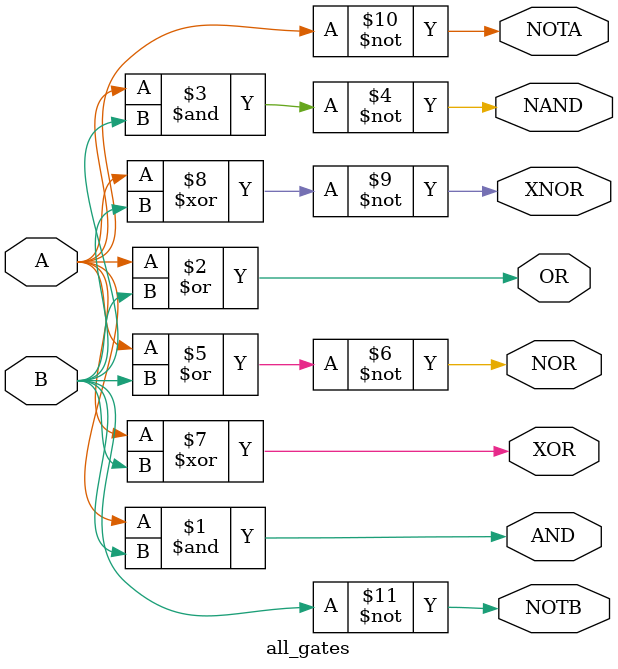
<source format=v>
module all_gates(AND,OR,NOTA,NOTB,NAND,NOR,XOR,XNOR,A,B);
  input A,B;
  output AND,OR,NOTA,NOTB,NAND,NOR,XOR,XNOR;
  and(AND,A,B);
  or(OR,A,B);
  not (NOTA,A);
  not (NOTB,B);
  nand(NAND,A,B);
  nor(NOR,A,B);
  xor(XOR,A,B);
  xnor(XNOR,A,B);
endmodule

</source>
